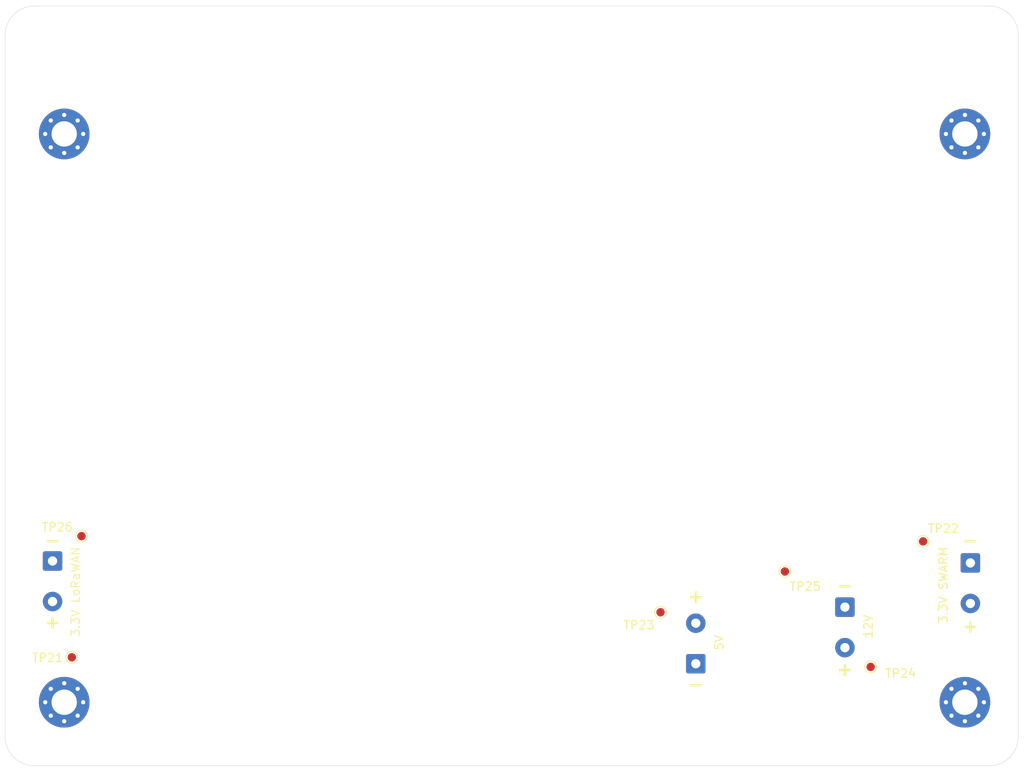
<source format=kicad_pcb>
(kicad_pcb (version 20211014) (generator pcbnew)
  (layers (0 "F.Cu" signal) (1 "In1.Cu" power) (2 "In2.Cu" power) (31 "B.Cu" signal) (34 "B.Paste" user) (35 "F.Paste" user) (36 "B.SilkS" user "B.Silkscreen") (37 "F.SilkS" user "F.Silkscreen") (38 "B.Mask" user) (39 "F.Mask" user) (44 "Edge.Cuts" user))
  (net 0 "")
  (net 1 "GND")
  (net 2 "/+5v")
  (net 3 "/+3.3vL")
  (net 4 "/+3.3vS")
  (net 5 "/+12v")
  (footprint "Connector_Wire:SolderWire-0.5sqmm_1x02_P4.8mm_D0.9mm_OD2.3mm" (layer "F.Cu") (at 90.678 122.962 -90)
    (fp_text reference "J1")
    (fp_text value "3.3V LoRaWAN" (at 3.657 -2.7178 -90) (layer "F.SilkS") (effects (font (thickness 0.125))))
    (pad "1" thru_hole roundrect locked (at 0 0 270) (size 2.3 2.3) (drill 1.1) (layers *.Cu *.Mask) (roundrect_rratio 0.108696087) (net 1 "GND"))
    (pad "2" thru_hole circle locked (at 4.8 0 270) (size 2.3 2.3) (drill 1.1) (layers *.Cu *.Mask) (net 3 "/+3.3vL"))
  )
  (footprint "Connector_Wire:SolderWire-0.5sqmm_1x02_P4.8mm_D0.9mm_OD2.3mm" (layer "F.Cu") (at 199.39 123.19 -90)
    (fp_text reference "J2")
    (fp_text value "3.3V SWARM" (at 2.6416 3.2004 -90) (layer "F.SilkS"))
    (pad "1" thru_hole roundrect locked (at 0 0 270) (size 2.3 2.3) (drill 1.1) (layers *.Cu *.Mask) (roundrect_rratio 0.108696087) (net 1 "GND"))
    (pad "2" thru_hole circle locked (at 4.8 0 270) (size 2.3 2.3) (drill 1.1) (layers *.Cu *.Mask) (net 4 "/+3.3vS"))
  )
  (footprint "Connector_Wire:SolderWire-0.5sqmm_1x02_P4.8mm_D0.9mm_OD2.3mm" (layer "F.Cu") (at 166.867 135.127 90)
    (fp_text reference "J4")
    (fp_text value "5V" (at 2.4882 2.7796 270) (layer "F.SilkS"))
    (pad "1" thru_hole roundrect locked (at 0 0 90) (size 2.3 2.3) (drill 1.1) (layers *.Cu *.Mask) (roundrect_rratio 0.108696087) (net 1 "GND"))
    (pad "2" thru_hole circle locked (at 4.8 0 90) (size 2.3 2.3) (drill 1.1) (layers *.Cu *.Mask) (net 2 "/+5v"))
  )
  (footprint "TestPoint:TestPoint_Pad_D1.0mm" (layer "F.Cu") (at 177.419 124.206)
    (fp_text reference "TP25" (at 2.413 1.778) (layer "F.SilkS"))
    (fp_text value "GND")
    (fp_circle (center 0 0) (end 0 0.7) (layer "F.SilkS") (width 0.12) (fill none))
    (pad "1" smd circle (at 0 0) (size 1 1) (layers "F.Cu" "F.Mask") (net 1 "GND"))
  )
  (footprint "MountingHole:MountingHole_3mm_Pad_Via" (layer "F.Cu") (at 198.74 139.69)
    (fp_text reference "H3")
    (fp_text value "MountingHole")
    (pad "1" thru_hole circle locked (at -1.59099 1.59099) (size 0.8 0.8) (drill 0.5) (layers *.Cu *.Mask))
    (pad "1" thru_hole circle locked (at -2.25 0) (size 0.8 0.8) (drill 0.5) (layers *.Cu *.Mask))
    (pad "1" thru_hole circle locked (at 0 0) (size 6 6) (drill 3) (layers *.Cu *.Mask))
    (pad "1" thru_hole circle locked (at 0 2.25) (size 0.8 0.8) (drill 0.5) (layers *.Cu *.Mask))
    (pad "1" thru_hole circle locked (at 1.59099 -1.59099) (size 0.8 0.8) (drill 0.5) (layers *.Cu *.Mask))
    (pad "1" thru_hole circle locked (at 2.25 0) (size 0.8 0.8) (drill 0.5) (layers *.Cu *.Mask))
    (pad "1" thru_hole circle locked (at -1.59099 -1.59099) (size 0.8 0.8) (drill 0.5) (layers *.Cu *.Mask))
    (pad "1" thru_hole circle locked (at 1.59099 1.59099) (size 0.8 0.8) (drill 0.5) (layers *.Cu *.Mask))
    (pad "1" thru_hole circle locked (at 0 -2.25) (size 0.8 0.8) (drill 0.5) (layers *.Cu *.Mask))
  )
  (footprint "TestPoint:TestPoint_Pad_D1.0mm" (layer "F.Cu") (at 92.964 134.366)
    (fp_text reference "TP21" (at -2.8702 0.0508) (layer "F.SilkS"))
    (fp_text value "3.3v LoRaWAN")
    (fp_circle (center 0 0) (end 0 0.7) (layer "F.SilkS") (width 0.12) (fill none))
    (pad "1" smd circle (at 0 0) (size 1 1) (layers "F.Cu" "F.Mask") (net 3 "/+3.3vL"))
  )
  (footprint "Connector_Wire:SolderWire-0.5sqmm_1x02_P4.8mm_D0.9mm_OD2.3mm" (layer "F.Cu") (at 184.531 128.423 -90)
    (fp_text reference "J6")
    (fp_text value "12V" (at 2.2854 -2.7686 90) (layer "F.SilkS"))
    (pad "1" thru_hole roundrect locked (at 0 0 270) (size 2.3 2.3) (drill 1.1) (layers *.Cu *.Mask) (roundrect_rratio 0.108696087) (net 1 "GND"))
    (pad "2" thru_hole circle locked (at 4.8 0 270) (size 2.3 2.3) (drill 1.1) (layers *.Cu *.Mask) (net 5 "/+12v"))
  )
  (footprint "MountingHole:MountingHole_3mm_Pad_Via" (layer "F.Cu") (at 92.06 72.38)
    (fp_text reference "H1")
    (fp_text value "MountingHole")
    (pad "1" thru_hole circle locked (at -1.59099 -1.59099) (size 0.8 0.8) (drill 0.5) (layers *.Cu *.Mask))
    (pad "1" thru_hole circle locked (at 1.59099 1.59099) (size 0.8 0.8) (drill 0.5) (layers *.Cu *.Mask))
    (pad "1" thru_hole circle locked (at 0 2.25) (size 0.8 0.8) (drill 0.5) (layers *.Cu *.Mask))
    (pad "1" thru_hole circle locked (at 0 -2.25) (size 0.8 0.8) (drill 0.5) (layers *.Cu *.Mask))
    (pad "1" thru_hole circle locked (at -1.59099 1.59099) (size 0.8 0.8) (drill 0.5) (layers *.Cu *.Mask))
    (pad "1" thru_hole circle locked (at 1.59099 -1.59099) (size 0.8 0.8) (drill 0.5) (layers *.Cu *.Mask))
    (pad "1" thru_hole circle locked (at 0 0) (size 6 6) (drill 3) (layers *.Cu *.Mask))
    (pad "1" thru_hole circle locked (at 2.25 0) (size 0.8 0.8) (drill 0.5) (layers *.Cu *.Mask))
    (pad "1" thru_hole circle locked (at -2.25 0) (size 0.8 0.8) (drill 0.5) (layers *.Cu *.Mask))
  )
  (footprint "MountingHole:MountingHole_3mm_Pad_Via" (layer "F.Cu") (at 198.74 72.38)
    (fp_text reference "H2")
    (fp_text value "MountingHole")
    (pad "1" thru_hole circle locked (at 0 -2.25) (size 0.8 0.8) (drill 0.5) (layers *.Cu *.Mask))
    (pad "1" thru_hole circle locked (at 1.59099 -1.59099) (size 0.8 0.8) (drill 0.5) (layers *.Cu *.Mask))
    (pad "1" thru_hole circle locked (at 2.25 0) (size 0.8 0.8) (drill 0.5) (layers *.Cu *.Mask))
    (pad "1" thru_hole circle locked (at -1.59099 1.59099) (size 0.8 0.8) (drill 0.5) (layers *.Cu *.Mask))
    (pad "1" thru_hole circle locked (at -1.59099 -1.59099) (size 0.8 0.8) (drill 0.5) (layers *.Cu *.Mask))
    (pad "1" thru_hole circle locked (at 0 2.25) (size 0.8 0.8) (drill 0.5) (layers *.Cu *.Mask))
    (pad "1" thru_hole circle locked (at 1.59099 1.59099) (size 0.8 0.8) (drill 0.5) (layers *.Cu *.Mask))
    (pad "1" thru_hole circle locked (at -2.25 0) (size 0.8 0.8) (drill 0.5) (layers *.Cu *.Mask))
    (pad "1" thru_hole circle locked (at 0 0) (size 6 6) (drill 3) (layers *.Cu *.Mask))
  )
  (footprint "MountingHole:MountingHole_3mm_Pad_Via" (layer "F.Cu") (at 92.06 139.69)
    (fp_text reference "H4")
    (fp_text value "MountingHole")
    (pad "1" thru_hole circle locked (at -1.59099 1.59099) (size 0.8 0.8) (drill 0.5) (layers *.Cu *.Mask))
    (pad "1" thru_hole circle locked (at 1.59099 1.59099) (size 0.8 0.8) (drill 0.5) (layers *.Cu *.Mask))
    (pad "1" thru_hole circle locked (at -1.59099 -1.59099) (size 0.8 0.8) (drill 0.5) (layers *.Cu *.Mask))
    (pad "1" thru_hole circle locked (at -2.25 0) (size 0.8 0.8) (drill 0.5) (layers *.Cu *.Mask))
    (pad "1" thru_hole circle locked (at 0 0) (size 6 6) (drill 3) (layers *.Cu *.Mask))
    (pad "1" thru_hole circle locked (at 0 -2.25) (size 0.8 0.8) (drill 0.5) (layers *.Cu *.Mask))
    (pad "1" thru_hole circle locked (at 1.59099 -1.59099) (size 0.8 0.8) (drill 0.5) (layers *.Cu *.Mask))
    (pad "1" thru_hole circle locked (at 0 2.25) (size 0.8 0.8) (drill 0.5) (layers *.Cu *.Mask))
    (pad "1" thru_hole circle locked (at 2.25 0) (size 0.8 0.8) (drill 0.5) (layers *.Cu *.Mask))
  )
  (footprint "TestPoint:TestPoint_Pad_D1.0mm" (layer "F.Cu") (at 162.687 129.032)
    (fp_text reference "TP23" (at -2.54 1.524) (layer "F.SilkS"))
    (fp_text value "5v")
    (fp_circle (center 0 0) (end 0 0.7) (layer "F.SilkS") (width 0.12) (fill none))
    (pad "1" smd circle (at 0 0) (size 1 1) (layers "F.Cu" "F.Mask") (net 2 "/+5v"))
  )
  (footprint "TestPoint:TestPoint_Pad_D1.0mm" (layer "F.Cu") (at 187.579 135.509)
    (fp_text reference "TP24" (at 3.556 0.762) (layer "F.SilkS"))
    (fp_text value "12v")
    (fp_circle (center 0 0) (end 0 0.7) (layer "F.SilkS") (width 0.12) (fill none))
    (pad "1" smd circle (at 0 0) (size 1 1) (layers "F.Cu" "F.Mask") (net 5 "/+12v"))
  )
  (footprint "TestPoint:TestPoint_Pad_D1.0mm" (layer "F.Cu") (at 94.107 120.015 90)
    (fp_text reference "TP26" (at 1.0668 -2.8702 180) (layer "F.SilkS"))
    (fp_text value "GND")
    (fp_circle (center 0 0) (end 0 0.7) (layer "F.SilkS") (width 0.12) (fill none))
    (pad "1" smd circle (at 0 0 90) (size 1 1) (layers "F.Cu" "F.Mask") (net 1 "GND"))
  )
  (footprint "TestPoint:TestPoint_Pad_D1.0mm" (layer "F.Cu") (at 193.787 120.64)
    (fp_text reference "TP22" (at 2.413 -1.524) (layer "F.SilkS"))
    (fp_text value "3.3v SWARM")
    (fp_circle (center 0 0) (end 0 0.7) (layer "F.SilkS") (width 0.12) (fill none))
    (pad "1" smd circle (at 0 0) (size 1 1) (layers "F.Cu" "F.Mask") (net 4 "/+3.3vS"))
  )
  (gr_line (start 205.08 143.72) (end 205.08 60.72) (layer "Edge.Cuts") (width 0.05))
  (gr_line (start 201.58 57.22) (end 88.554874 57.22) (layer "Edge.Cuts") (width 0.05))
  (gr_line (start 85.054874 143.72) (end 85.054874 60.72) (layer "Edge.Cuts") (width 0.05))
  (gr_arc (start 85.054874 60.72) (mid 86.08 58.245126) (end 88.554874 57.22) (layer "Edge.Cuts") (width 0.05))
  (gr_line (start 88.554874 147.22) (end 201.58 147.22) (layer "Edge.Cuts") (width 0.05))
  (gr_arc (start 88.554874 147.22) (mid 86.08 146.194874) (end 85.054874 143.72) (layer "Edge.Cuts") (width 0.05))
  (gr_arc (start 201.58 57.22) (mid 204.054874 58.245126) (end 205.08 60.72) (layer "Edge.Cuts") (width 0.05))
  (gr_arc (start 205.08 143.72) (mid 204.054874 146.194874) (end 201.58 147.22) (layer "Edge.Cuts") (width 0.05))
  (gr_text "+" (at 199.39 130.683) (layer "F.SilkS") (effects (font (size 1.5 1.5) (thickness 0.3))))
  (gr_text "-" (at 166.8526 137.5664) (layer "F.SilkS") (effects (font (size 1.5 1.5) (thickness 0.3))))
  (gr_text "+" (at 90.678 130.175) (layer "F.SilkS") (effects (font (size 1.5 1.5) (thickness 0.3))))
  (gr_text "-" (at 90.678 120.523) (layer "F.SilkS") (effects (font (size 1.5 1.5) (thickness 0.3))))
  (gr_text "+" (at 184.531 135.763) (layer "F.SilkS") (effects (font (size 1.5 1.5) (thickness 0.3))))
  (gr_text "-" (at 199.39 120.523) (layer "F.SilkS") (effects (font (size 1.5 1.5) (thickness 0.3))))
  (gr_text "+" (at 166.9034 127.1524) (layer "F.SilkS") (effects (font (size 1.5 1.5) (thickness 0.3))))
  (gr_text "-" (at 184.531 125.857) (layer "F.SilkS") (effects (font (size 1.5 1.5) (thickness 0.3))))
)
</source>
